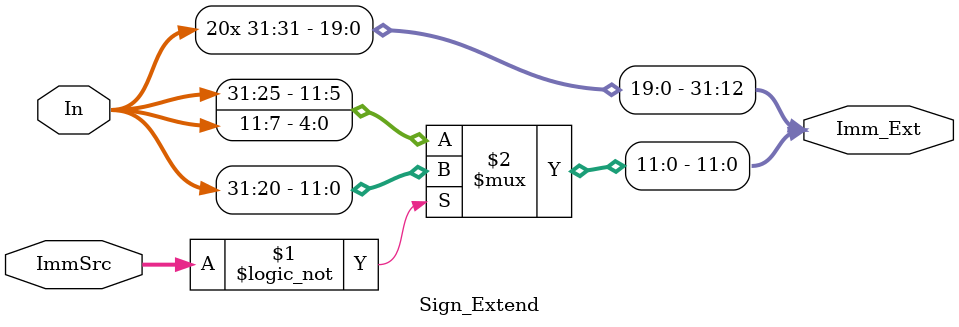
<source format=v>
module Sign_Extend(	// file.cleaned.mlir:2:3
  input  [31:0] In,	// file.cleaned.mlir:2:29
  input  [1:0]  ImmSrc,	// file.cleaned.mlir:2:43
  output [31:0] Imm_Ext	// file.cleaned.mlir:2:61
);

  assign Imm_Ext = {{20{In[31]}}, ImmSrc == 2'h0 ? In[31:20] : {In[31:25], In[11:7]}};	// file.cleaned.mlir:3:14, :4:10, :5:10, :6:10, :7:10, :8:10, :9:10, :10:10, :11:10, :12:10, :13:5
endmodule


</source>
